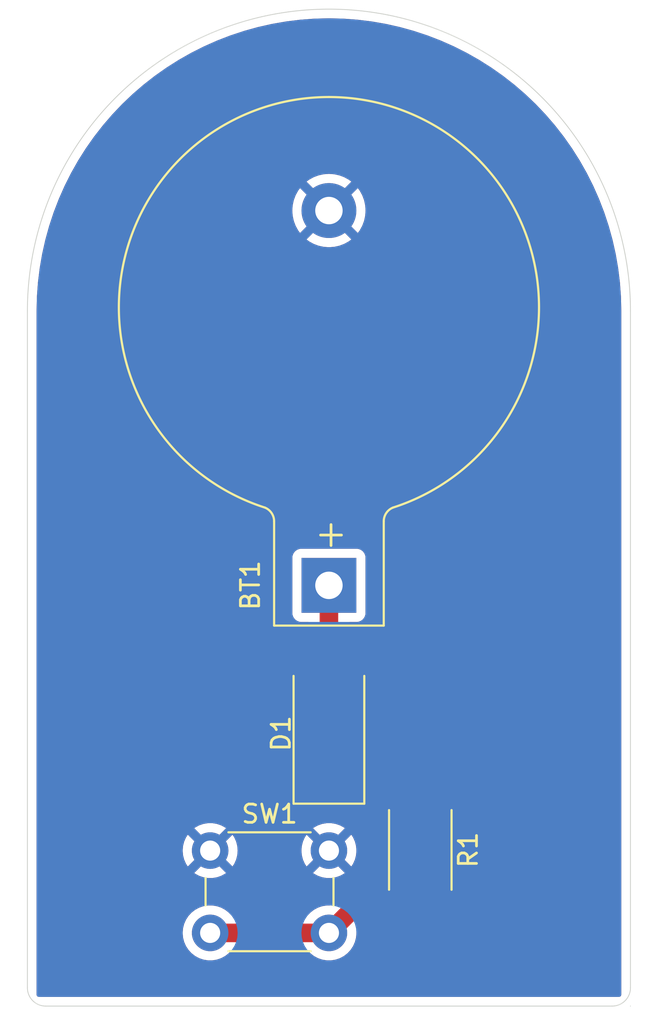
<source format=kicad_pcb>
(kicad_pcb (version 20240108) (generator "pcbnew") (generator_version "8.0")
  (layers (0 "F.Cu" signal) (31 "B.Cu" signal) (34 "B.Paste" user) (35 "F.Paste" user) (36 "B.SilkS" user "B.Silkscreen") (37 "F.SilkS" user "F.Silkscreen") (38 "B.Mask" user) (39 "F.Mask" user) (44 "Edge.Cuts" user))
  (net 0 "")
  (net 1 "GND")
  (net 2 "Net-(BT1-+)")
  (net 3 "Net-(D1-K)")
  (net 4 "Net-(SW1-B)")
  (footprint "Button_Switch_THT:SW_PUSH_6mm" (layer "F.Cu") (at 131.5 79)
    (property "Reference" "SW1" (at 3.25 -2 0) (layer "F.SilkS"))
    (property "Value" "SW_SPST")
    (fp_line (start -0.25 1.5) (end -0.25 3) (stroke (width 0.12)) (layer "F.SilkS"))
    (fp_line (start 1 5.5) (end 5.5 5.5) (stroke (width 0.12)) (layer "F.SilkS"))
    (fp_line (start 5.5 -1) (end 1 -1) (stroke (width 0.12)) (layer "F.SilkS"))
    (fp_line (start 6.75 3) (end 6.75 1.5) (stroke (width 0.12)) (layer "F.SilkS"))
    (pad "1" thru_hole circle (at 0 0 90) (size 2 2) (drill 1.1) (layers "*.Cu" "*.Mask") (net 1 "GND"))
    (pad "1" thru_hole circle (at 6.5 0 90) (size 2 2) (drill 1.1) (layers "*.Cu" "*.Mask") (net 1 "GND"))
    (pad "2" thru_hole circle (at 0 4.5 90) (size 2 2) (drill 1.1) (layers "*.Cu" "*.Mask") (net 4 "Net-(SW1-B)"))
    (pad "2" thru_hole circle (at 6.5 4.5 90) (size 2 2) (drill 1.1) (layers "*.Cu" "*.Mask") (net 4 "Net-(SW1-B)"))
  )
  (footprint "LED_SMD:LED_2512_6332Metric" (layer "F.Cu") (at 138 72.6 90)
    (property "Reference" "D1" (at 0 -2.62 90) (layer "F.SilkS"))
    (property "Value" "LED")
    (fp_line (start 3.15 -1.935) (end -3.835 -1.935) (stroke (width 0.12)) (layer "F.SilkS"))
    (fp_line (start -3.835 -1.935) (end -3.835 1.935) (stroke (width 0.12)) (layer "F.SilkS"))
    (fp_line (start -3.835 1.935) (end 3.15 1.935) (stroke (width 0.12)) (layer "F.SilkS"))
    (pad "1" smd roundrect (at -2.9 0 90) (size 1.35 3.35) (layers "F.Cu" "F.Paste" "F.Mask") (roundrect_rratio 0.185185) (net 3 "Net-(D1-K)"))
    (pad "2" smd roundrect (at 2.9 0 90) (size 1.35 3.35) (layers "F.Cu" "F.Paste" "F.Mask") (roundrect_rratio 0.185185) (net 2 "Net-(BT1-+)"))
  )
  (footprint "Resistor_SMD:R_2512_6332Metric" (layer "F.Cu") (at 143 78.9625 -90)
    (property "Reference" "R1" (at 0 -2.62 90) (layer "F.SilkS"))
    (property "Value" "R_US")
    (fp_line (start -2.177064 1.71) (end 2.177064 1.71) (stroke (width 0.12)) (layer "F.SilkS"))
    (fp_line (start -2.177064 -1.71) (end 2.177064 -1.71) (stroke (width 0.12)) (layer "F.SilkS"))
    (pad "1" smd roundrect (at -2.9625 0 270) (size 1.225 3.35) (layers "F.Cu" "F.Paste" "F.Mask") (roundrect_rratio 0.204082) (net 3 "Net-(D1-K)"))
    (pad "2" smd roundrect (at 2.9625 0 270) (size 1.225 3.35) (layers "F.Cu" "F.Paste" "F.Mask") (roundrect_rratio 0.204082) (net 4 "Net-(SW1-B)"))
  )
  (footprint "Battery:BatteryHolder_Keystone_103_1x20mm" (layer "F.Cu") (at 138 64.5 90)
    (property "Reference" "BT1" (at 0 -4.3 90) (layer "F.SilkS"))
    (property "Value" "Battery_Cell")
    (fp_line (start -2.2 -3) (end 3.5 -3) (stroke (width 0.12)) (layer "F.SilkS"))
    (fp_line (start -2.2 3) (end -2.2 -3) (stroke (width 0.12)) (layer "F.SilkS"))
    (fp_line (start -2.2 3) (end 3.5 3) (stroke (width 0.12)) (layer "F.SilkS"))
    (fp_arc (start 4.25 -3.5) (mid 3.950694 -3.136459) (end 3.5 -3) (stroke (width 0.12)) (layer "F.SilkS"))
    (fp_arc (start 4.25 -3.5) (mid 16.971103 -11.358466) (end 26.695671 0) (stroke (width 0.12)) (layer "F.SilkS"))
    (fp_arc (start 26.695671 0) (mid 16.971103 11.358466) (end 4.25 3.5) (stroke (width 0.12)) (layer "F.SilkS"))
    (fp_arc (start 3.5 3) (mid 3.950694 3.136459) (end 4.25 3.5) (stroke (width 0.12)) (layer "F.SilkS"))
    (fp_text user "+" (at 2.75 0 90) (layer "F.SilkS") (effects (font (size 1.5 1.5))))
    (pad "1" thru_hole rect (at 0 0 90) (size 3 3) (drill 1.5) (layers "*.Cu" "*.Mask") (net 2 "Net-(BT1-+)"))
    (pad "2" thru_hole circle (at 20.49 0 90) (size 3 3) (drill 1.5) (layers "*.Cu" "*.Mask") (net 1 "GND"))
  )
  (gr_arc (start 154.5 86.5) (mid 154.207107 87.207107) (end 153.5 87.5) (stroke (width 0.05)) (layer "Edge.Cuts"))
  (gr_line (start 154.5 87.5) (end 154.5 87.5) (stroke (width 0.05)) (layer "Edge.Cuts"))
  (gr_line (start 121.5 49.5) (end 121.5 86.5) (stroke (width 0.05)) (layer "Edge.Cuts"))
  (gr_line (start 154.5 49.5) (end 154.5 86.5) (stroke (width 0.05)) (layer "Edge.Cuts"))
  (gr_line (start 153.5 87.5) (end 122.5 87.5) (stroke (width 0.05)) (layer "Edge.Cuts"))
  (gr_arc (start 121.5 49.5) (mid 138 33) (end 154.5 49.5) (stroke (width 0.05)) (layer "Edge.Cuts"))
  (gr_arc (start 122.5 87.5) (mid 121.792893 87.207107) (end 121.5 86.5) (stroke (width 0.05)) (layer "Edge.Cuts"))
  (segment (start 138 64.5) (end 138 69.7) (width 1.016) (layer "F.Cu") (net 2))
  (segment (start 142.5 75.5) (end 143 76) (width 1.016) (layer "F.Cu") (net 3))
  (segment (start 138 75.5) (end 142.5 75.5) (width 1.016) (layer "F.Cu") (net 3))
  (segment (start 138 83.5) (end 131.5 83.5) (width 1.016) (layer "F.Cu") (net 4))
  (segment (start 139.575 81.925) (end 138 83.5) (width 1.016) (layer "F.Cu") (net 4))
  (segment (start 143 81.925) (end 139.575 81.925) (width 1.016) (layer "F.Cu") (net 4))
  (zone (net 1) (net_name "GND") (layers "F&B.Cu") (connect_pads (clearance 0.5)) (min_thickness 0.25) (fill yes (thermal_gap 0.5) (thermal_bridge_width 0.5))
    (polygon (pts (xy 156.5 88.5) (xy 120.5 88.5) (xy 120 32.5) (xy 155 32.5)))
  )
)
</source>
